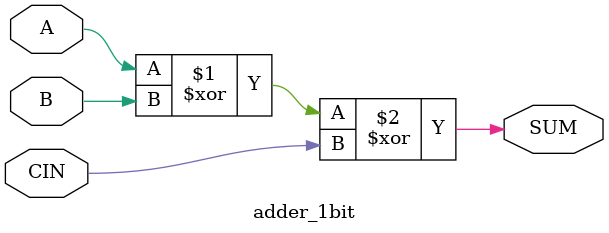
<source format=v>

module adder_1bit
(
  input A,
  input B,
  input CIN,
  output SUM
);

  assign SUM = A ^ B ^ CIN;

endmodule

</source>
